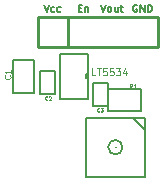
<source format=gto>
%FSLAX34Y34*%
G04 Gerber Fmt 3.4, Leading zero omitted, Abs format*
G04 (created by PCBNEW (2014-03-19 BZR 4756)-product) date Tue 27 May 2014 12:44:42 BST*
%MOIN*%
G01*
G70*
G90*
G04 APERTURE LIST*
%ADD10C,0.005906*%
%ADD11C,0.010000*%
%ADD12C,0.004500*%
%ADD13C,0.003000*%
%ADD14C,0.003937*%
%ADD15C,0.003900*%
G04 APERTURE END LIST*
G54D10*
X55309Y-39240D02*
X55388Y-39476D01*
X55466Y-39240D01*
X55646Y-39465D02*
X55624Y-39476D01*
X55579Y-39476D01*
X55556Y-39465D01*
X55545Y-39454D01*
X55534Y-39431D01*
X55534Y-39364D01*
X55545Y-39341D01*
X55556Y-39330D01*
X55579Y-39319D01*
X55624Y-39319D01*
X55646Y-39330D01*
X55849Y-39465D02*
X55826Y-39476D01*
X55781Y-39476D01*
X55759Y-39465D01*
X55748Y-39454D01*
X55736Y-39431D01*
X55736Y-39364D01*
X55748Y-39341D01*
X55759Y-39330D01*
X55781Y-39319D01*
X55826Y-39319D01*
X55849Y-39330D01*
X56456Y-39353D02*
X56535Y-39353D01*
X56569Y-39476D02*
X56456Y-39476D01*
X56456Y-39240D01*
X56569Y-39240D01*
X56670Y-39319D02*
X56670Y-39476D01*
X56670Y-39341D02*
X56681Y-39330D01*
X56704Y-39319D01*
X56737Y-39319D01*
X56760Y-39330D01*
X56771Y-39353D01*
X56771Y-39476D01*
X57199Y-39240D02*
X57277Y-39476D01*
X57356Y-39240D01*
X57469Y-39476D02*
X57446Y-39465D01*
X57435Y-39454D01*
X57424Y-39431D01*
X57424Y-39364D01*
X57435Y-39341D01*
X57446Y-39330D01*
X57469Y-39319D01*
X57502Y-39319D01*
X57525Y-39330D01*
X57536Y-39341D01*
X57547Y-39364D01*
X57547Y-39431D01*
X57536Y-39454D01*
X57525Y-39465D01*
X57502Y-39476D01*
X57469Y-39476D01*
X57750Y-39319D02*
X57750Y-39476D01*
X57649Y-39319D02*
X57649Y-39443D01*
X57660Y-39465D01*
X57682Y-39476D01*
X57716Y-39476D01*
X57739Y-39465D01*
X57750Y-39454D01*
X57829Y-39319D02*
X57919Y-39319D01*
X57862Y-39240D02*
X57862Y-39443D01*
X57874Y-39465D01*
X57896Y-39476D01*
X57919Y-39476D01*
X58402Y-39251D02*
X58380Y-39240D01*
X58346Y-39240D01*
X58312Y-39251D01*
X58290Y-39274D01*
X58278Y-39296D01*
X58267Y-39341D01*
X58267Y-39375D01*
X58278Y-39420D01*
X58290Y-39443D01*
X58312Y-39465D01*
X58346Y-39476D01*
X58368Y-39476D01*
X58402Y-39465D01*
X58413Y-39454D01*
X58413Y-39375D01*
X58368Y-39375D01*
X58515Y-39476D02*
X58515Y-39240D01*
X58650Y-39476D01*
X58650Y-39240D01*
X58762Y-39476D02*
X58762Y-39240D01*
X58818Y-39240D01*
X58852Y-39251D01*
X58875Y-39274D01*
X58886Y-39296D01*
X58897Y-39341D01*
X58897Y-39375D01*
X58886Y-39420D01*
X58875Y-39443D01*
X58852Y-39465D01*
X58818Y-39476D01*
X58762Y-39476D01*
X54980Y-42185D02*
X54980Y-41082D01*
X54980Y-41082D02*
X54271Y-41082D01*
X54271Y-41082D02*
X54271Y-42185D01*
X54271Y-42185D02*
X54980Y-42185D01*
X55659Y-42214D02*
X55659Y-41446D01*
X55659Y-41446D02*
X55167Y-41446D01*
X55167Y-41446D02*
X55167Y-42214D01*
X55167Y-42214D02*
X55659Y-42214D01*
X56938Y-41840D02*
X56938Y-42608D01*
X56938Y-42608D02*
X57431Y-42608D01*
X57431Y-42608D02*
X57431Y-41840D01*
X57431Y-41840D02*
X56938Y-41840D01*
G54D11*
X56086Y-40657D02*
X59086Y-40657D01*
X56086Y-39657D02*
X59086Y-39657D01*
X55086Y-39657D02*
X56086Y-39657D01*
X59086Y-40657D02*
X59086Y-39657D01*
X56086Y-39657D02*
X56086Y-40657D01*
X55086Y-39657D02*
X55086Y-40657D01*
X55086Y-40657D02*
X56086Y-40657D01*
G54D10*
X57421Y-42775D02*
X58523Y-42775D01*
X58523Y-42775D02*
X58523Y-42066D01*
X58523Y-42066D02*
X57421Y-42066D01*
X57421Y-42066D02*
X57421Y-42775D01*
X56781Y-40915D02*
X56781Y-40875D01*
X56781Y-40875D02*
X55816Y-40875D01*
X55816Y-40875D02*
X55816Y-40905D01*
X55816Y-42352D02*
X55816Y-42391D01*
X55816Y-42391D02*
X56781Y-42391D01*
X56781Y-42391D02*
X56781Y-42352D01*
X56683Y-41633D02*
G75*
G03X56781Y-41732I98J0D01*
G74*
G01*
X56781Y-41535D02*
G75*
G03X56683Y-41633I0J-98D01*
G74*
G01*
X56781Y-40915D02*
X56781Y-42352D01*
X55816Y-42352D02*
X55816Y-40915D01*
X57696Y-43996D02*
G75*
G03X57696Y-43996I-19J0D01*
G74*
G01*
X58661Y-43405D02*
X58267Y-43011D01*
X58661Y-44980D02*
X56692Y-44980D01*
X56692Y-44980D02*
X56692Y-43011D01*
X56692Y-43011D02*
X58661Y-43011D01*
X58661Y-43011D02*
X58661Y-44980D01*
X57917Y-43996D02*
G75*
G03X57917Y-43996I-240J0D01*
G74*
G01*
G54D12*
X54165Y-41604D02*
X54175Y-41613D01*
X54184Y-41639D01*
X54184Y-41656D01*
X54175Y-41681D01*
X54156Y-41699D01*
X54137Y-41707D01*
X54099Y-41716D01*
X54070Y-41716D01*
X54032Y-41707D01*
X54013Y-41699D01*
X53994Y-41681D01*
X53984Y-41656D01*
X53984Y-41639D01*
X53994Y-41613D01*
X54004Y-41604D01*
X54184Y-41433D02*
X54184Y-41536D01*
X54184Y-41484D02*
X53984Y-41484D01*
X54013Y-41501D01*
X54032Y-41519D01*
X54042Y-41536D01*
G54D13*
X55413Y-42405D02*
X55407Y-42410D01*
X55390Y-42416D01*
X55378Y-42416D01*
X55361Y-42410D01*
X55350Y-42399D01*
X55344Y-42387D01*
X55338Y-42365D01*
X55338Y-42347D01*
X55344Y-42325D01*
X55350Y-42313D01*
X55361Y-42302D01*
X55378Y-42296D01*
X55390Y-42296D01*
X55407Y-42302D01*
X55413Y-42307D01*
X55458Y-42307D02*
X55464Y-42302D01*
X55475Y-42296D01*
X55504Y-42296D01*
X55515Y-42302D01*
X55521Y-42307D01*
X55527Y-42319D01*
X55527Y-42330D01*
X55521Y-42347D01*
X55453Y-42416D01*
X55527Y-42416D01*
X57145Y-42798D02*
X57139Y-42804D01*
X57122Y-42810D01*
X57111Y-42810D01*
X57093Y-42804D01*
X57082Y-42793D01*
X57076Y-42781D01*
X57071Y-42758D01*
X57071Y-42741D01*
X57076Y-42718D01*
X57082Y-42707D01*
X57093Y-42695D01*
X57111Y-42690D01*
X57122Y-42690D01*
X57139Y-42695D01*
X57145Y-42701D01*
X57185Y-42690D02*
X57259Y-42690D01*
X57219Y-42735D01*
X57236Y-42735D01*
X57248Y-42741D01*
X57253Y-42747D01*
X57259Y-42758D01*
X57259Y-42787D01*
X57253Y-42798D01*
X57248Y-42804D01*
X57236Y-42810D01*
X57202Y-42810D01*
X57191Y-42804D01*
X57185Y-42798D01*
G54D14*
X58241Y-42039D02*
X58188Y-41964D01*
X58151Y-42039D02*
X58151Y-41882D01*
X58211Y-41882D01*
X58226Y-41889D01*
X58233Y-41897D01*
X58241Y-41912D01*
X58241Y-41934D01*
X58233Y-41949D01*
X58226Y-41957D01*
X58211Y-41964D01*
X58151Y-41964D01*
X58391Y-42039D02*
X58301Y-42039D01*
X58346Y-42039D02*
X58346Y-41882D01*
X58331Y-41904D01*
X58316Y-41919D01*
X58301Y-41927D01*
G54D15*
X57013Y-41602D02*
X56901Y-41602D01*
X56901Y-41366D01*
X57058Y-41366D02*
X57193Y-41366D01*
X57126Y-41602D02*
X57126Y-41366D01*
X57384Y-41366D02*
X57272Y-41366D01*
X57261Y-41479D01*
X57272Y-41467D01*
X57294Y-41456D01*
X57351Y-41456D01*
X57373Y-41467D01*
X57384Y-41479D01*
X57396Y-41501D01*
X57396Y-41557D01*
X57384Y-41580D01*
X57373Y-41591D01*
X57351Y-41602D01*
X57294Y-41602D01*
X57272Y-41591D01*
X57261Y-41580D01*
X57609Y-41366D02*
X57497Y-41366D01*
X57485Y-41479D01*
X57497Y-41467D01*
X57519Y-41456D01*
X57575Y-41456D01*
X57598Y-41467D01*
X57609Y-41479D01*
X57620Y-41501D01*
X57620Y-41557D01*
X57609Y-41580D01*
X57598Y-41591D01*
X57575Y-41602D01*
X57519Y-41602D01*
X57497Y-41591D01*
X57485Y-41580D01*
X57699Y-41366D02*
X57845Y-41366D01*
X57766Y-41456D01*
X57800Y-41456D01*
X57823Y-41467D01*
X57834Y-41479D01*
X57845Y-41501D01*
X57845Y-41557D01*
X57834Y-41580D01*
X57823Y-41591D01*
X57800Y-41602D01*
X57733Y-41602D01*
X57710Y-41591D01*
X57699Y-41580D01*
X58047Y-41445D02*
X58047Y-41602D01*
X57991Y-41355D02*
X57935Y-41524D01*
X58081Y-41524D01*
M02*

</source>
